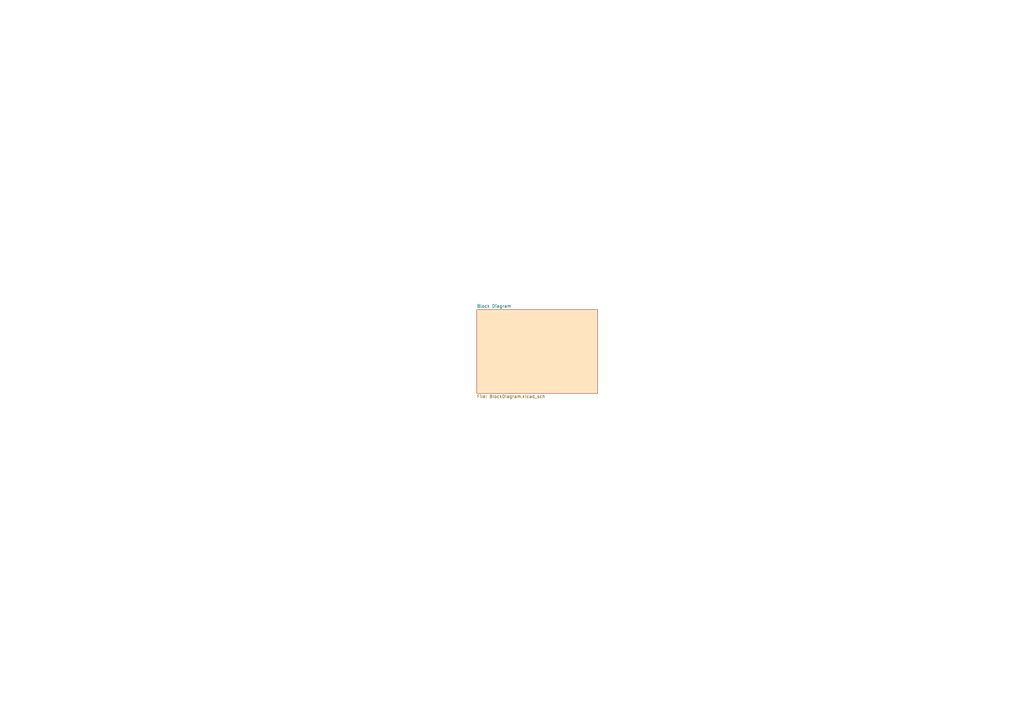
<source format=kicad_sch>
(kicad_sch
	(version 20250114)
	(generator "eeschema")
	(generator_version "9.0")
	(uuid "ca79f0b4-91f7-4537-917d-68d425c03ca3")
	(paper "A3")
	(lib_symbols)
	(sheet
		(at 195.58 127)
		(size 49.53 34.29)
		(exclude_from_sim no)
		(in_bom yes)
		(on_board yes)
		(dnp no)
		(fields_autoplaced yes)
		(stroke
			(width 0.1524)
			(type solid)
		)
		(fill
			(color 255 229 191 1.0000)
		)
		(uuid "485861e8-c90d-4c19-b473-548e94ff000e")
		(property "Sheetname" "Block Diagram"
			(at 195.58 126.2884 0)
			(effects
				(font
					(size 1.27 1.27)
				)
				(justify left bottom)
			)
		)
		(property "Sheetfile" "BlockDiagram.kicad_sch"
			(at 195.58 161.8746 0)
			(effects
				(font
					(size 1.27 1.27)
				)
				(justify left top)
			)
		)
		(instances
			(project "ETH1CVOLT_A"
				(path "/ca79f0b4-91f7-4537-917d-68d425c03ca3"
					(page "2")
				)
			)
		)
	)
	(sheet_instances
		(path "/"
			(page "1")
		)
	)
	(embedded_fonts no)
)

</source>
